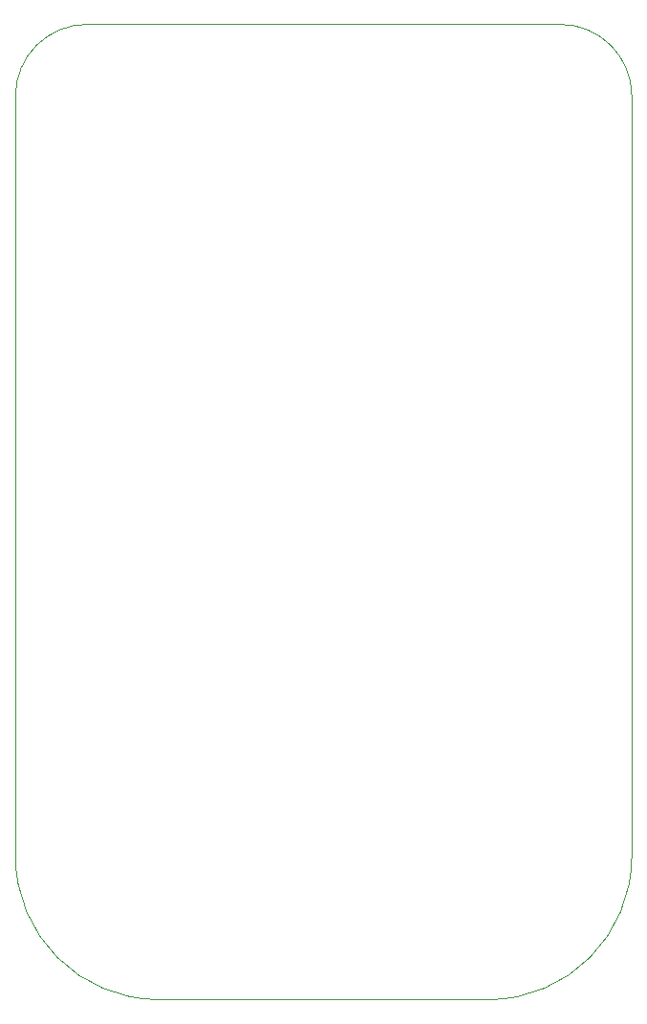
<source format=gbr>
G04 #@! TF.GenerationSoftware,KiCad,Pcbnew,5.0.1-33cea8e~68~ubuntu16.04.1*
G04 #@! TF.CreationDate,2019-04-24T21:21:49+02:00*
G04 #@! TF.ProjectId,BeagleBone-Black-Cape,426561676C65426F6E652D426C61636B,0.2*
G04 #@! TF.SameCoordinates,Original*
G04 #@! TF.FileFunction,Profile,NP*
%FSLAX46Y46*%
G04 Gerber Fmt 4.6, Leading zero omitted, Abs format (unit mm)*
G04 Created by KiCad (PCBNEW 5.0.1-33cea8e~68~ubuntu16.04.1) date wo 24 apr 2019 21:21:49 CEST*
%MOMM*%
%LPD*%
G01*
G04 APERTURE LIST*
%ADD10C,0.002540*%
G04 APERTURE END LIST*
D10*
X162725100Y-42697400D02*
G75*
G02X169075100Y-49047400I0J-6350000D01*
G01*
X114465100Y-116357400D02*
G75*
G03X127165100Y-129057400I12700000J0D01*
G01*
X156375100Y-129057400D02*
G75*
G03X169075100Y-116357400I0J12700000D01*
G01*
X120815100Y-42697400D02*
G75*
G03X114465100Y-49047400I0J-6350000D01*
G01*
X162725100Y-42697400D02*
X120815100Y-42697400D01*
X169075100Y-116362400D02*
X169075100Y-49047400D01*
X127165100Y-129057400D02*
X156375100Y-129057400D01*
X114465100Y-49047400D02*
X114465100Y-116357400D01*
M02*

</source>
